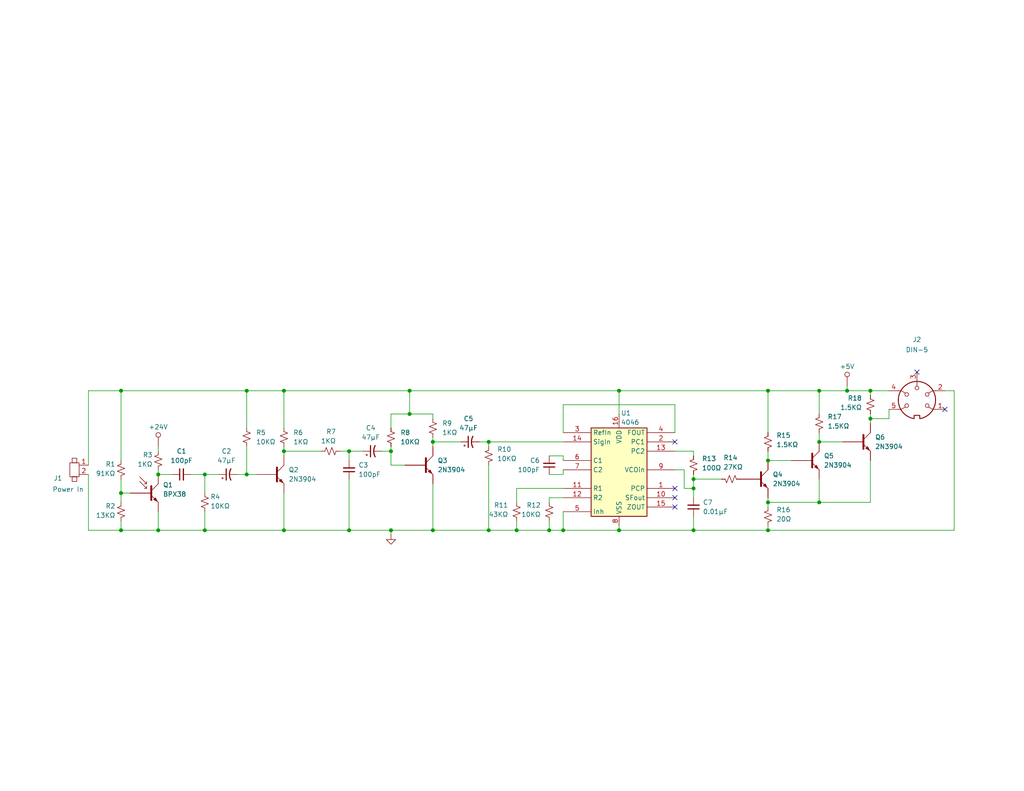
<source format=kicad_sch>
(kicad_sch (version 20231120) (generator "eeschema") (generator_version "8.0")
  (paper "A")
  (title_block (date "2025-05-01") (rev "A") (comment 1 "Justin Bell"))
  (lib_symbols
    (symbol "2N3904_1" (pin_numbers hide) (pin_names (offset 0) hide)
      (property "Reference" "Q5" (at 3.81 1.2701 0))
      (property "Value" "2N3904" (at 3.81 -1.2699 0))
      (symbol "2N3904_1_0_1"
        (polyline (pts (xy 0.635 0.635) (xy 2.54 2.54)))
        (polyline (pts (xy 0.635 -0.635) (xy 2.54 -2.54) (xy 2.54 -2.54)))
        (polyline (pts (xy 0.635 1.905) (xy 0.635 -1.905) (xy 0.635 -1.905)) (stroke (width 0.508)))
        (polyline (pts (xy 1.27 -1.778) (xy 1.778 -1.27) (xy 2.286 -2.286) (xy 1.27 -1.778) (xy 1.27 -1.778)) (fill (type outline)))
        (polyline (pts (xy -0.635 1.27) (xy -1.27 1.27) (xy -0.635 1.27) (xy -0.635 1.905) (xy -0.635 1.27) (xy -2.54 3.175)))
        (polyline (pts (xy -0.635 2.54) (xy -1.27 2.54) (xy -0.635 2.54) (xy -0.635 3.175) (xy -0.635 2.54) (xy -2.54 4.445)))
      )
      (symbol "2N3904_1_1_1"
        (pin passive line (at 2.54 -5.08 90) (length 2.54) (name "E") (number "1"))
        (pin passive line (at -5.08 0 0) (length 5.715) (name "B") (number "2"))
        (pin passive line (at 2.54 5.08 270) (length 2.54) (name "C") (number "3"))
      )
    )
    (symbol "2_JB_Custom_sym:Jumper_2_Pin"
      (property "Reference" "J" (at 0 13.208 0))
      (symbol "Jumper_2_Pin_0_1"
        (rectangle (start -1.27 9.525) (end 1.27 5.715))
        (rectangle (start -0.635 5.715) (end 0.635 5.715))
        (rectangle (start -0.635 10.795) (end 0.635 9.525))
        (rectangle (start 0.635 4.445) (end -0.635 5.715))
      )
      (symbol "Jumper_2_Pin_1_1"
        (pin passive line (at -3.81 8.89 0) (length 2.54) (name "~") (number "1"))
        (pin passive line (at -3.81 6.35 0) (length 2.54) (name "~") (number "2"))
      )
    )
    (symbol "2_JB_Custom_sym:VCC"
      (property "Value" "+5V" (at 0 5.588 0))
      (symbol "VCC_0_1"
        (circle (center 0 3.175) (radius 0.635))
      )
      (symbol "VCC_1_1"
        (pin power_in line (at 0 0 90) (length 2.54) (name "~") (number ""))
      )
    )
    (symbol "4xxx_IEEE:4046"
      (property "Reference" "U" (at 8.89 12.7 0))
      (property "Value" "4046" (at 8.89 -15.24 0))
      (symbol "4046_0_1"
        (rectangle (start -7.62 11.43) (end 7.62 -12.7) (stroke (width 0.254)) (fill (type background)))
        (pin power_in line (at 0 15.24 270) (length 3.81) (name "VDD") (number "16"))
        (pin power_in line (at 0 -15.24 90) (length 2.54) (name "VSS") (number "8"))
      )
      (symbol "4046_1_1"
        (pin output line (at 15.24 -5.08 180) (length 7.62) (name "PCP") (number "1"))
        (pin output line (at 15.24 -7.62 180) (length 7.62) (name "SFout") (number "10"))
        (pin input line (at -15.24 -5.08 0) (length 7.62) (name "R1") (number "11"))
        (pin input line (at -15.24 -7.62 0) (length 7.62) (name "R2") (number "12"))
        (pin tri_state line (at 15.24 5.08 180) (length 7.62) (name "PC2") (number "13"))
        (pin input line (at -15.24 7.62 0) (length 7.62) (name "SigIn") (number "14"))
        (pin output line (at 15.24 -10.16 180) (length 7.62) (name "ZOUT") (number "15"))
        (pin output line (at 15.24 7.62 180) (length 7.62) (name "PC1") (number "2"))
        (pin input line (at -15.24 10.16 0) (length 7.62) (name "RefIn") (number "3"))
        (pin output line (at 15.24 10.16 180) (length 7.62) (name "FOUT") (number "4"))
        (pin input line (at -15.24 -11.43 0) (length 7.62) (name "Inh") (number "5"))
        (pin input line (at -15.24 2.54 0) (length 7.62) (name "C1") (number "6"))
        (pin input line (at -15.24 0 0) (length 7.62) (name "C2") (number "7"))
        (pin input line (at 15.24 0 180) (length 7.62) (name "VCOin") (number "9"))
      )
    )
    (symbol "Connector:DIN-5" (pin_names (offset 1.016))
      (property "Reference" "J" (at 3.175 5.715 0))
      (property "Value" "DIN-5" (at 0 -6.35 0))
      (symbol "DIN-5_0_1"
        (arc (start -5.08 0) (mid -3.8609 -3.3364) (end -0.762 -5.08) (stroke (width 0.254)))
        (circle (center -2.794 -1.524) (radius 0.508))
        (circle (center -2.794 1.524) (radius 0.508))
        (polyline (pts (xy 0 5.08) (xy 0 3.81)))
        (polyline (pts (xy -5.08 -2.54) (xy -4.318 -2.54) (xy -3.175 -1.905)))
        (polyline (pts (xy -5.08 2.54) (xy -4.318 2.54) (xy -3.175 1.905)))
        (polyline (pts (xy 5.08 -2.54) (xy 4.318 -2.54) (xy 3.175 -1.905)))
        (polyline (pts (xy 5.08 2.54) (xy 4.318 2.54) (xy 3.175 1.905)))
        (polyline (pts (xy -0.762 -4.953) (xy -0.762 -4.191) (xy 0.762 -4.191) (xy 0.762 -4.953)) (stroke (width 0.254)))
        (circle (center 0 3.302) (radius 0.508))
        (arc (start 0.762 -5.08) (mid 3.8685 -3.343) (end 5.08 0) (stroke (width 0.254)))
        (circle (center 2.794 -1.524) (radius 0.508))
        (circle (center 2.794 1.524) (radius 0.508))
        (arc (start 5.08 0) (mid 0 5.0579) (end -5.08 0) (stroke (width 0.254)))
      )
      (symbol "DIN-5_1_1"
        (pin passive line (at -7.62 -2.54 0) (length 2.54) (name "~") (number "1"))
        (pin passive line (at -7.62 2.54 0) (length 2.54) (name "~") (number "2"))
        (pin passive line (at 0 7.62 270) (length 2.54) (name "~") (number "3"))
        (pin passive line (at 7.62 2.54 180) (length 2.54) (name "~") (number "4"))
        (pin passive line (at 7.62 -2.54 180) (length 2.54) (name "~") (number "5"))
      )
    )
    (symbol "Device:C_Polarized_Small_US" (pin_numbers hide) (pin_names (offset 0.254) hide)
      (property "Reference" "C" (at 0.254 1.778 0))
      (property "Value" "C_Polarized_Small_US" (at 0.254 -2.032 0))
      (symbol "C_Polarized_Small_US_0_1"
        (polyline (pts (xy -1.524 0.508) (xy 1.524 0.508)) (stroke (width 0.3048)))
        (polyline (pts (xy -1.27 1.524) (xy -0.762 1.524)))
        (polyline (pts (xy -1.016 1.27) (xy -1.016 1.778)))
        (arc (start 1.524 -0.762) (mid 0 -0.3734) (end -1.524 -0.762) (stroke (width 0.3048)))
      )
      (symbol "C_Polarized_Small_US_1_1"
        (pin passive line (at 0 2.54 270) (length 2.032) (name "~") (number "1"))
        (pin passive line (at 0 -2.54 90) (length 2.032) (name "~") (number "2"))
      )
    )
    (symbol "Device:C_Small" (pin_numbers hide) (pin_names (offset 0.254) hide)
      (property "Reference" "C" (at 0.254 1.778 0))
      (property "Value" "C_Small" (at 0.254 -2.032 0))
      (symbol "C_Small_0_1"
        (polyline (pts (xy -1.524 -0.508) (xy 1.524 -0.508)) (stroke (width 0.3302)))
        (polyline (pts (xy -1.524 0.508) (xy 1.524 0.508)) (stroke (width 0.3048)))
      )
      (symbol "C_Small_1_1"
        (pin passive line (at 0 2.54 270) (length 2.032) (name "~") (number "1"))
        (pin passive line (at 0 -2.54 90) (length 2.032) (name "~") (number "2"))
      )
    )
    (symbol "Device:R_Small_US" (pin_numbers hide) (pin_names (offset 0.254) hide)
      (property "Reference" "R" (at 0.762 0.508 0))
      (property "Value" "R_Small_US" (at 0.762 -1.016 0))
      (symbol "R_Small_US_1_1"
        (polyline (pts (xy 0 0) (xy 1.016 -0.381) (xy 0 -0.762) (xy -1.016 -1.143) (xy 0 -1.524)))
        (polyline (pts (xy 0 1.524) (xy 1.016 1.143) (xy 0 0.762) (xy -1.016 0.381) (xy 0 0)))
        (pin passive line (at 0 2.54 270) (length 1.016) (name "~") (number "1"))
        (pin passive line (at 0 -2.54 90) (length 1.016) (name "~") (number "2"))
      )
    )
    (symbol "Transistor_BJT:2N3904" (pin_numbers hide) (pin_names (offset 0) hide)
      (property "Reference" "Qe" (at 5.08 1.2701 0))
      (property "Value" "2N3904" (at 5.08 -1.2699 0))
      (symbol "2N3904_0_1"
        (polyline (pts (xy 0.635 0.635) (xy 2.54 2.54)))
        (polyline (pts (xy 0.635 -0.635) (xy 2.54 -2.54) (xy 2.54 -2.54)))
        (polyline (pts (xy 0.635 1.905) (xy 0.635 -1.905) (xy 0.635 -1.905)) (stroke (width 0.508)))
        (polyline (pts (xy 1.27 -1.778) (xy 1.778 -1.27) (xy 2.286 -2.286) (xy 1.27 -1.778) (xy 1.27 -1.778)) (fill (type outline)))
      )
      (symbol "2N3904_1_1"
        (pin passive line (at 2.54 -5.08 90) (length 2.54) (name "E") (number "1"))
        (pin passive line (at -5.08 0 0) (length 5.715) (name "B") (number "2"))
        (pin passive line (at 2.54 5.08 270) (length 2.54) (name "C") (number "3"))
      )
    )
    (symbol "power:GND" (power) (pin_numbers hide) (pin_names (offset 0) hide)
      (property "Value" "GND" (at 0 -3.81 0))
      (symbol "GND_0_1"
        (polyline (pts (xy 0 0) (xy 0 -1.27) (xy 1.27 -1.27) (xy 0 -2.54) (xy -1.27 -1.27) (xy 0 -1.27)))
      )
      (symbol "GND_1_1"
        (pin power_in line (at 0 0 270) (length 0) (name "~") (number "1"))
      )
    )
  )
  (junction (at 189.23 144.78))
  (junction (at 95.25 123.19))
  (junction (at 33.02 134.62))
  (junction (at 189.23 133.35))
  (junction (at 33.02 144.78))
  (junction (at 209.55 125.73))
  (junction (at 223.52 120.65))
  (junction (at 111.76 113.03))
  (junction (at 168.91 106.68))
  (junction (at 43.18 129.54))
  (junction (at 55.88 144.78))
  (junction (at 133.35 144.78))
  (junction (at 209.55 137.16))
  (junction (at 77.47 106.68))
  (junction (at 106.68 144.78))
  (junction (at 149.86 144.78))
  (junction (at 77.47 123.19))
  (junction (at 237.49 106.68))
  (junction (at 223.52 137.16))
  (junction (at 140.97 144.78))
  (junction (at 189.23 130.81))
  (junction (at 118.11 144.78))
  (junction (at 95.25 144.78))
  (junction (at 55.88 129.54))
  (junction (at 77.47 144.78))
  (junction (at 168.91 144.78))
  (junction (at 67.31 129.54))
  (junction (at 237.49 114.3))
  (junction (at 231.14 106.68))
  (junction (at 153.67 144.78))
  (junction (at 223.52 106.68))
  (junction (at 106.68 123.19))
  (junction (at 67.31 106.68))
  (junction (at 209.55 144.78))
  (junction (at 111.76 106.68))
  (junction (at 209.55 106.68))
  (junction (at 133.35 120.65))
  (junction (at 33.02 106.68))
  (junction (at 118.11 120.65))
  (junction (at 43.18 144.78))
  (no_connect (at 184.15 138.43))
  (no_connect (at 257.81 111.76))
  (no_connect (at 184.15 120.65))
  (no_connect (at 184.15 133.35))
  (no_connect (at 184.15 135.89))
  (no_connect (at 250.19 101.6))
  (wire (pts (xy 77.47 121.92) (xy 77.47 123.19)))
  (wire (pts (xy 67.31 106.68) (xy 67.31 116.84)))
  (wire (pts (xy 209.55 137.16) (xy 209.55 135.89)))
  (wire (pts (xy 168.91 144.78) (xy 168.91 143.51)))
  (wire (pts (xy 24.13 106.68) (xy 33.02 106.68)))
  (wire (pts (xy 242.57 114.3) (xy 242.57 111.76)))
  (wire (pts (xy 43.18 121.92) (xy 43.18 123.19)))
  (wire (pts (xy 209.55 138.43) (xy 209.55 137.16)))
  (wire (pts (xy 168.91 144.78) (xy 189.23 144.78)))
  (wire (pts (xy 77.47 134.62) (xy 77.47 144.78)))
  (wire (pts (xy 133.35 127) (xy 133.35 144.78)))
  (wire (pts (xy 111.76 106.68) (xy 111.76 113.03)))
  (wire (pts (xy 189.23 123.19) (xy 184.15 123.19)))
  (wire (pts (xy 168.91 113.03) (xy 168.91 106.68)))
  (wire (pts (xy 237.49 114.3) (xy 237.49 115.57)))
  (wire (pts (xy 104.14 123.19) (xy 106.68 123.19)))
  (wire (pts (xy 209.55 106.68) (xy 223.52 106.68)))
  (wire (pts (xy 33.02 106.68) (xy 67.31 106.68)))
  (wire (pts (xy 237.49 106.68) (xy 237.49 107.95)))
  (wire (pts (xy 209.55 106.68) (xy 209.55 118.11)))
  (wire (pts (xy 223.52 137.16) (xy 237.49 137.16)))
  (wire (pts (xy 106.68 144.78) (xy 118.11 144.78)))
  (wire (pts (xy 237.49 113.03) (xy 237.49 114.3)))
  (wire (pts (xy 149.86 135.89) (xy 153.67 135.89)))
  (wire (pts (xy 118.11 113.03) (xy 118.11 114.3)))
  (wire (pts (xy 133.35 120.65) (xy 153.67 120.65)))
  (wire (pts (xy 149.86 137.16) (xy 149.86 135.89)))
  (wire (pts (xy 43.18 144.78) (xy 43.18 139.7)))
  (wire (pts (xy 95.25 123.19) (xy 92.71 123.19)))
  (wire (pts (xy 186.69 133.35) (xy 189.23 133.35)))
  (wire (pts (xy 106.68 121.92) (xy 106.68 123.19)))
  (wire (pts (xy 43.18 144.78) (xy 55.88 144.78)))
  (wire (pts (xy 231.14 105.41) (xy 231.14 106.68)))
  (wire (pts (xy 118.11 132.08) (xy 118.11 144.78)))
  (wire (pts (xy 153.67 124.46) (xy 149.86 124.46)))
  (wire (pts (xy 223.52 118.11) (xy 223.52 120.65)))
  (wire (pts (xy 209.55 123.19) (xy 209.55 125.73)))
  (wire (pts (xy 209.55 143.51) (xy 209.55 144.78)))
  (wire (pts (xy 209.55 144.78) (xy 260.35 144.78)))
  (wire (pts (xy 153.67 125.73) (xy 153.67 124.46)))
  (wire (pts (xy 153.67 144.78) (xy 168.91 144.78)))
  (wire (pts (xy 43.18 129.54) (xy 46.99 129.54)))
  (wire (pts (xy 33.02 137.16) (xy 33.02 134.62)))
  (wire (pts (xy 77.47 106.68) (xy 111.76 106.68)))
  (wire (pts (xy 223.52 106.68) (xy 223.52 113.03)))
  (wire (pts (xy 237.49 114.3) (xy 242.57 114.3)))
  (wire (pts (xy 24.13 144.78) (xy 33.02 144.78)))
  (wire (pts (xy 24.13 129.54) (xy 24.13 144.78)))
  (wire (pts (xy 149.86 142.24) (xy 149.86 144.78)))
  (wire (pts (xy 118.11 119.38) (xy 118.11 120.65)))
  (wire (pts (xy 106.68 113.03) (xy 111.76 113.03)))
  (wire (pts (xy 168.91 106.68) (xy 209.55 106.68)))
  (wire (pts (xy 106.68 116.84) (xy 106.68 113.03)))
  (wire (pts (xy 55.88 144.78) (xy 77.47 144.78)))
  (wire (pts (xy 140.97 142.24) (xy 140.97 144.78)))
  (wire (pts (xy 153.67 139.7) (xy 153.67 144.78)))
  (wire (pts (xy 111.76 106.68) (xy 168.91 106.68)))
  (wire (pts (xy 153.67 110.49) (xy 153.67 118.11)))
  (wire (pts (xy 189.23 129.54) (xy 189.23 130.81)))
  (wire (pts (xy 209.55 125.73) (xy 215.9 125.73)))
  (wire (pts (xy 33.02 134.62) (xy 35.56 134.62)))
  (wire (pts (xy 133.35 121.92) (xy 133.35 120.65)))
  (wire (pts (xy 223.52 106.68) (xy 231.14 106.68)))
  (wire (pts (xy 260.35 106.68) (xy 260.35 144.78)))
  (wire (pts (xy 106.68 127) (xy 106.68 123.19)))
  (wire (pts (xy 67.31 106.68) (xy 77.47 106.68)))
  (wire (pts (xy 189.23 130.81) (xy 189.23 133.35)))
  (wire (pts (xy 189.23 140.97) (xy 189.23 144.78)))
  (wire (pts (xy 140.97 144.78) (xy 149.86 144.78)))
  (wire (pts (xy 24.13 127) (xy 24.13 106.68)))
  (wire (pts (xy 33.02 144.78) (xy 43.18 144.78)))
  (wire (pts (xy 33.02 130.81) (xy 33.02 134.62)))
  (wire (pts (xy 223.52 120.65) (xy 229.87 120.65)))
  (wire (pts (xy 153.67 129.54) (xy 153.67 128.27)))
  (wire (pts (xy 133.35 144.78) (xy 140.97 144.78)))
  (wire (pts (xy 77.47 123.19) (xy 77.47 124.46)))
  (wire (pts (xy 118.11 144.78) (xy 133.35 144.78)))
  (wire (pts (xy 77.47 123.19) (xy 87.63 123.19)))
  (wire (pts (xy 106.68 127) (xy 110.49 127)))
  (wire (pts (xy 111.76 113.03) (xy 118.11 113.03)))
  (wire (pts (xy 55.88 129.54) (xy 59.69 129.54)))
  (wire (pts (xy 55.88 139.7) (xy 55.88 144.78)))
  (wire (pts (xy 95.25 125.73) (xy 95.25 123.19)))
  (wire (pts (xy 196.85 130.81) (xy 189.23 130.81)))
  (wire (pts (xy 55.88 129.54) (xy 55.88 134.62)))
  (wire (pts (xy 118.11 120.65) (xy 118.11 121.92)))
  (wire (pts (xy 77.47 106.68) (xy 77.47 116.84)))
  (wire (pts (xy 223.52 130.81) (xy 223.52 137.16)))
  (wire (pts (xy 140.97 137.16) (xy 140.97 133.35)))
  (wire (pts (xy 64.77 129.54) (xy 67.31 129.54)))
  (wire (pts (xy 184.15 128.27) (xy 186.69 128.27)))
  (wire (pts (xy 149.86 129.54) (xy 153.67 129.54)))
  (wire (pts (xy 106.68 146.05) (xy 106.68 144.78)))
  (wire (pts (xy 237.49 125.73) (xy 237.49 137.16)))
  (wire (pts (xy 95.25 130.81) (xy 95.25 144.78)))
  (wire (pts (xy 231.14 106.68) (xy 237.49 106.68)))
  (wire (pts (xy 95.25 144.78) (xy 106.68 144.78)))
  (wire (pts (xy 95.25 123.19) (xy 99.06 123.19)))
  (wire (pts (xy 189.23 144.78) (xy 209.55 144.78)))
  (wire (pts (xy 189.23 124.46) (xy 189.23 123.19)))
  (wire (pts (xy 186.69 128.27) (xy 186.69 133.35)))
  (wire (pts (xy 257.81 106.68) (xy 260.35 106.68)))
  (wire (pts (xy 67.31 129.54) (xy 69.85 129.54)))
  (wire (pts (xy 52.07 129.54) (xy 55.88 129.54)))
  (wire (pts (xy 77.47 144.78) (xy 95.25 144.78)))
  (wire (pts (xy 184.15 118.11) (xy 184.15 110.49)))
  (wire (pts (xy 118.11 120.65) (xy 125.73 120.65)))
  (wire (pts (xy 184.15 110.49) (xy 153.67 110.49)))
  (wire (pts (xy 209.55 137.16) (xy 223.52 137.16)))
  (wire (pts (xy 43.18 128.27) (xy 43.18 129.54)))
  (wire (pts (xy 149.86 144.78) (xy 153.67 144.78)))
  (wire (pts (xy 33.02 125.73) (xy 33.02 106.68)))
  (wire (pts (xy 67.31 121.92) (xy 67.31 129.54)))
  (wire (pts (xy 130.81 120.65) (xy 133.35 120.65)))
  (wire (pts (xy 237.49 106.68) (xy 242.57 106.68)))
  (wire (pts (xy 189.23 133.35) (xy 189.23 135.89)))
  (wire (pts (xy 140.97 133.35) (xy 153.67 133.35)))
  (wire (pts (xy 33.02 142.24) (xy 33.02 144.78)))
  (symbol (lib_id "power:GND") (at 106.68 146.05 0) (unit 1)
    (property "Reference" "#PWR02" (effects (hide yes)))
    (property "Value" "GND" (effects (hide yes)))
    (property "Description" "Power symbol creates a global label with name \"GND\" , ground" (effects (hide yes)))
  )
  (symbol (lib_name "2N3904_1") (lib_id "Transistor_BJT:2N3904") (at 40.64 134.62 0) (unit 1)
    (property "Reference" "Q1" (at 44.45 132.3974 0) (effects (justify left)))
    (property "Value" "BPX38" (at 44.45 134.9374 0) (effects (justify left)))
    (property "Footprint" "Package_TO_SOT_THT:TO-92_Inline" (effects (hide yes)))
    (property "Datasheet" "https://www.onsemi.com/pub/Collateral/2N3903-D.PDF" (effects (hide yes)))
    (property "Description" "0.2A Ic, 40V Vce, Small Signal NPN Transistor, TO-92" (effects (hide yes)))
  )
  (symbol (lib_id "2_JB_Custom_sym:VCC") (at 43.18 121.92 0) (unit 1)
    (property "Reference" "#PWR1" (effects (hide yes)))
    (property "Value" "+24V" (at 43.18 116.586 0))
  )
  (symbol (lib_id "2_JB_Custom_sym:Jumper_2_Pin") (at 20.32 135.89 0) (mirror y) (unit 1)
    (property "Reference" "J1" (at 17.018 130.556 0) (effects (justify left)))
    (property "Value" "Power In" (at 22.86 133.604 0) (effects (justify left)))
    (property "Description" "2 Pin Jumper" (effects (hide yes)))
  )
  (symbol (lib_id "Device:R_Small_US") (at 140.97 139.7 0) (unit 1)
    (property "Reference" "R11" (at 138.684 137.922 0) (effects (justify right)))
    (property "Value" "43KΩ" (at 138.684 140.462 0) (effects (justify right)))
    (property "Description" "Resistor, small US symbol" (effects (hide yes)))
  )
  (symbol (lib_id "Device:R_Small_US") (at 90.17 123.19 270) (unit 1)
    (property "Reference" "R7" (at 91.694 117.856 90) (effects (justify right)))
    (property "Value" "1KΩ" (at 91.694 120.396 90) (effects (justify right)))
    (property "Description" "Resistor, small US symbol" (effects (hide yes)))
  )
  (symbol (lib_id "Device:R_Small_US") (at 199.39 130.81 90) (mirror x) (unit 1)
    (property "Reference" "R14" (at 197.358 124.968 90) (effects (justify right)))
    (property "Value" "27KΩ" (at 197.358 127.508 90) (effects (justify right)))
    (property "Description" "Resistor, small US symbol" (effects (hide yes)))
  )
  (symbol (lib_id "Device:C_Small") (at 95.25 128.27 180) (unit 1)
    (property "Reference" "C3" (at 97.79 126.9935 0) (effects (justify right)))
    (property "Value" "100pF" (at 97.79 129.5335 0) (effects (justify right)))
    (property "Description" "Unpolarized capacitor, small symbol" (effects (hide yes)))
  )
  (symbol (lib_id "Device:C_Polarized_Small_US") (at 62.23 129.54 90) (unit 1)
    (property "Reference" "C2" (at 61.7982 123.19 90))
    (property "Value" "47µF" (at 61.7982 125.73 90))
    (property "Description" "Polarized capacitor, small US symbol" (effects (hide yes)))
  )
  (symbol (lib_id "Device:C_Small") (at 189.23 138.43 180) (unit 1)
    (property "Reference" "C7" (at 191.77 137.1535 0) (effects (justify right)))
    (property "Value" "0.01µF" (at 191.77 139.6935 0) (effects (justify right)))
    (property "Description" "Unpolarized capacitor, small symbol" (effects (hide yes)))
  )
  (symbol (lib_id "Device:C_Polarized_Small_US") (at 101.6 123.19 90) (unit 1)
    (property "Reference" "C4" (at 101.1682 116.84 90))
    (property "Value" "47µF" (at 101.1682 119.38 90))
    (property "Description" "Polarized capacitor, small US symbol" (effects (hide yes)))
  )
  (symbol (lib_id "Transistor_BJT:2N3904") (at 234.95 120.65 0) (unit 1)
    (property "Reference" "Q6" (at 238.76 119.3799 0) (effects (justify left)))
    (property "Value" "2N3904" (at 238.76 121.9199 0) (effects (justify left)))
    (property "Footprint" "Package_TO_SOT_THT:TO-92_Inline" (effects (hide yes)))
    (property "Datasheet" "https://www.onsemi.com/pub/Collateral/2N3903-D.PDF" (effects (hide yes)))
    (property "Description" "0.2A Ic, 40V Vce, Small Signal NPN Transistor, TO-92" (effects (hide yes)))
  )
  (symbol (lib_id "Device:R_Small_US") (at 223.52 115.57 0) (mirror y) (unit 1)
    (property "Reference" "R17" (at 225.806 113.792 0) (effects (justify right)))
    (property "Value" "1.5KΩ" (at 225.806 116.332 0) (effects (justify right)))
    (property "Description" "Resistor, small US symbol" (effects (hide yes)))
  )
  (symbol (lib_id "Device:C_Small") (at 49.53 129.54 90) (unit 1)
    (property "Reference" "C1" (at 49.5363 123.19 90))
    (property "Value" "100pF" (at 49.5363 125.73 90))
    (property "Description" "Unpolarized capacitor, small symbol" (effects (hide yes)))
  )
  (symbol (lib_id "4xxx_IEEE:4046") (at 168.91 128.27 0) (unit 1)
    (property "Reference" "U1" (at 169.418 112.776 0) (effects (justify left)))
    (property "Value" "4046" (at 169.418 115.316 0) (effects (justify left)))
  )
  (symbol (lib_id "Connector:DIN-5") (at 250.19 109.22 0) (mirror y) (unit 1)
    (property "Reference" "J2" (at 250.1901 92.71 0))
    (property "Value" "DIN-5" (at 250.19 95.504 0))
    (property "Datasheet" "http://www.mouser.com/ds/2/18/40_c091_abd_e-75918.pdf" (effects (hide yes)))
    (property "Description" "5-pin DIN connector" (effects (hide yes)))
  )
  (symbol (lib_id "Device:R_Small_US") (at 106.68 119.38 180) (unit 1)
    (property "Reference" "R8" (at 109.22 118.1099 0) (effects (justify right)))
    (property "Value" "10KΩ" (at 109.22 120.6499 0) (effects (justify right)))
    (property "Description" "Resistor, small US symbol" (effects (hide yes)))
  )
  (symbol (lib_id "Device:C_Small") (at 149.86 127 0) (mirror x) (unit 1)
    (property "Reference" "C6" (at 147.32 125.7235 0) (effects (justify right)))
    (property "Value" "100pF" (at 147.32 128.2635 0) (effects (justify right)))
    (property "Description" "Unpolarized capacitor, small symbol" (effects (hide yes)))
  )
  (symbol (lib_id "Device:R_Small_US") (at 237.49 110.49 0) (unit 1)
    (property "Reference" "R18" (at 235.204 108.712 0) (effects (justify right)))
    (property "Value" "1.5KΩ" (at 235.204 111.252 0) (effects (justify right)))
    (property "Description" "Resistor, small US symbol" (effects (hide yes)))
  )
  (symbol (lib_id "Device:R_Small_US") (at 55.88 137.16 180) (unit 1)
    (property "Reference" "R4" (at 57.404 135.636 0) (effects (justify right)))
    (property "Value" "10KΩ" (at 57.404 138.176 0) (effects (justify right)))
    (property "Description" "Resistor, small US symbol" (effects (hide yes)))
  )
  (symbol (lib_id "Device:R_Small_US") (at 43.18 125.73 0) (mirror x) (unit 1)
    (property "Reference" "R3" (at 41.656 124.206 0) (effects (justify right)))
    (property "Value" "1KΩ" (at 41.656 126.746 0) (effects (justify right)))
    (property "Description" "Resistor, small US symbol" (effects (hide yes)))
  )
  (symbol (lib_id "Device:R_Small_US") (at 33.02 128.27 0) (mirror x) (unit 1)
    (property "Reference" "R1" (at 31.496 126.746 0) (effects (justify right)))
    (property "Value" "91KΩ" (at 31.496 129.286 0) (effects (justify right)))
    (property "Description" "Resistor, small US symbol" (effects (hide yes)))
  )
  (symbol (lib_id "Transistor_BJT:2N3904") (at 220.98 125.73 0) (unit 1)
    (property "Reference" "Q5" (at 224.79 124.4599 0) (effects (justify left)))
    (property "Value" "2N3904" (at 224.79 126.9999 0) (effects (justify left)))
    (property "Footprint" "Package_TO_SOT_THT:TO-92_Inline" (effects (hide yes)))
    (property "Datasheet" "https://www.onsemi.com/pub/Collateral/2N3903-D.PDF" (effects (hide yes)))
    (property "Description" "0.2A Ic, 40V Vce, Small Signal NPN Transistor, TO-92" (effects (hide yes)))
  )
  (symbol (lib_id "Transistor_BJT:2N3904") (at 207.01 130.81 0) (unit 1)
    (property "Reference" "Q4" (at 210.82 129.5399 0) (effects (justify left)))
    (property "Value" "2N3904" (at 210.82 132.0799 0) (effects (justify left)))
    (property "Footprint" "Package_TO_SOT_THT:TO-92_Inline" (effects (hide yes)))
    (property "Datasheet" "https://www.onsemi.com/pub/Collateral/2N3903-D.PDF" (effects (hide yes)))
    (property "Description" "0.2A Ic, 40V Vce, Small Signal NPN Transistor, TO-92" (effects (hide yes)))
  )
  (symbol (lib_id "Device:R_Small_US") (at 118.11 116.84 180) (unit 1)
    (property "Reference" "R9" (at 120.65 115.5699 0) (effects (justify right)))
    (property "Value" "1KΩ" (at 120.65 118.1099 0) (effects (justify right)))
    (property "Description" "Resistor, small US symbol" (effects (hide yes)))
  )
  (symbol (lib_id "2_JB_Custom_sym:VCC") (at 231.14 105.41 0) (unit 1)
    (property "Reference" "#PWR3" (effects (hide yes)))
    (property "Value" "+5V" (at 231.14 100.076 0))
  )
  (symbol (lib_id "Device:C_Polarized_Small_US") (at 128.27 120.65 90) (unit 1)
    (property "Reference" "C5" (at 127.8382 114.3 90))
    (property "Value" "47µF" (at 127.8382 116.84 90))
    (property "Description" "Polarized capacitor, small US symbol" (effects (hide yes)))
  )
  (symbol (lib_id "Device:R_Small_US") (at 77.47 119.38 180) (unit 1)
    (property "Reference" "R6" (at 80.01 118.1099 0) (effects (justify right)))
    (property "Value" "1KΩ" (at 80.01 120.6499 0) (effects (justify right)))
    (property "Description" "Resistor, small US symbol" (effects (hide yes)))
  )
  (symbol (lib_id "Transistor_BJT:2N3904") (at 74.93 129.54 0) (unit 1)
    (property "Reference" "Q2" (at 78.74 128.2699 0) (effects (justify left)))
    (property "Value" "2N3904" (at 78.74 130.8099 0) (effects (justify left)))
    (property "Footprint" "Package_TO_SOT_THT:TO-92_Inline" (effects (hide yes)))
    (property "Datasheet" "https://www.onsemi.com/pub/Collateral/2N3903-D.PDF" (effects (hide yes)))
    (property "Description" "0.2A Ic, 40V Vce, Small Signal NPN Transistor, TO-92" (effects (hide yes)))
  )
  (symbol (lib_id "Device:R_Small_US") (at 33.02 139.7 0) (mirror x) (unit 1)
    (property "Reference" "R2" (at 31.496 138.176 0) (effects (justify right)))
    (property "Value" "13KΩ" (at 31.496 140.716 0) (effects (justify right)))
    (property "Description" "Resistor, small US symbol" (effects (hide yes)))
  )
  (symbol (lib_id "Device:R_Small_US") (at 149.86 139.7 0) (unit 1)
    (property "Reference" "R12" (at 147.574 137.922 0) (effects (justify right)))
    (property "Value" "10KΩ" (at 147.574 140.462 0) (effects (justify right)))
    (property "Description" "Resistor, small US symbol" (effects (hide yes)))
  )
  (symbol (lib_id "Device:R_Small_US") (at 209.55 140.97 0) (mirror y) (unit 1)
    (property "Reference" "R16" (at 211.836 139.192 0) (effects (justify right)))
    (property "Value" "20Ω" (at 211.836 141.732 0) (effects (justify right)))
    (property "Description" "Resistor, small US symbol" (effects (hide yes)))
  )
  (symbol (lib_id "Device:R_Small_US") (at 67.31 119.38 180) (unit 1)
    (property "Reference" "R5" (at 69.85 118.1099 0) (effects (justify right)))
    (property "Value" "10KΩ" (at 69.85 120.6499 0) (effects (justify right)))
    (property "Description" "Resistor, small US symbol" (effects (hide yes)))
  )
  (symbol (lib_id "Device:R_Small_US") (at 133.35 124.46 0) (mirror y) (unit 1)
    (property "Reference" "R10" (at 135.636 122.682 0) (effects (justify right)))
    (property "Value" "10KΩ" (at 135.636 125.222 0) (effects (justify right)))
    (property "Description" "Resistor, small US symbol" (effects (hide yes)))
  )
  (symbol (lib_id "Transistor_BJT:2N3904") (at 115.57 127 0) (unit 1)
    (property "Reference" "Q3" (at 119.38 125.7299 0) (effects (justify left)))
    (property "Value" "2N3904" (at 119.38 128.2699 0) (effects (justify left)))
    (property "Footprint" "Package_TO_SOT_THT:TO-92_Inline" (effects (hide yes)))
    (property "Datasheet" "https://www.onsemi.com/pub/Collateral/2N3903-D.PDF" (effects (hide yes)))
    (property "Description" "0.2A Ic, 40V Vce, Small Signal NPN Transistor, TO-92" (effects (hide yes)))
  )
  (symbol (lib_id "Device:R_Small_US") (at 209.55 120.65 0) (mirror y) (unit 1)
    (property "Reference" "R15" (at 211.836 118.872 0) (effects (justify right)))
    (property "Value" "1.5KΩ" (at 211.836 121.412 0) (effects (justify right)))
    (property "Description" "Resistor, small US symbol" (effects (hide yes)))
  )
  (symbol (lib_id "Device:R_Small_US") (at 189.23 127 0) (mirror y) (unit 1)
    (property "Reference" "R13" (at 191.516 125.222 0) (effects (justify right)))
    (property "Value" "100Ω" (at 191.516 127.762 0) (effects (justify right)))
    (property "Description" "Resistor, small US symbol" (effects (hide yes)))
  )
)
</source>
